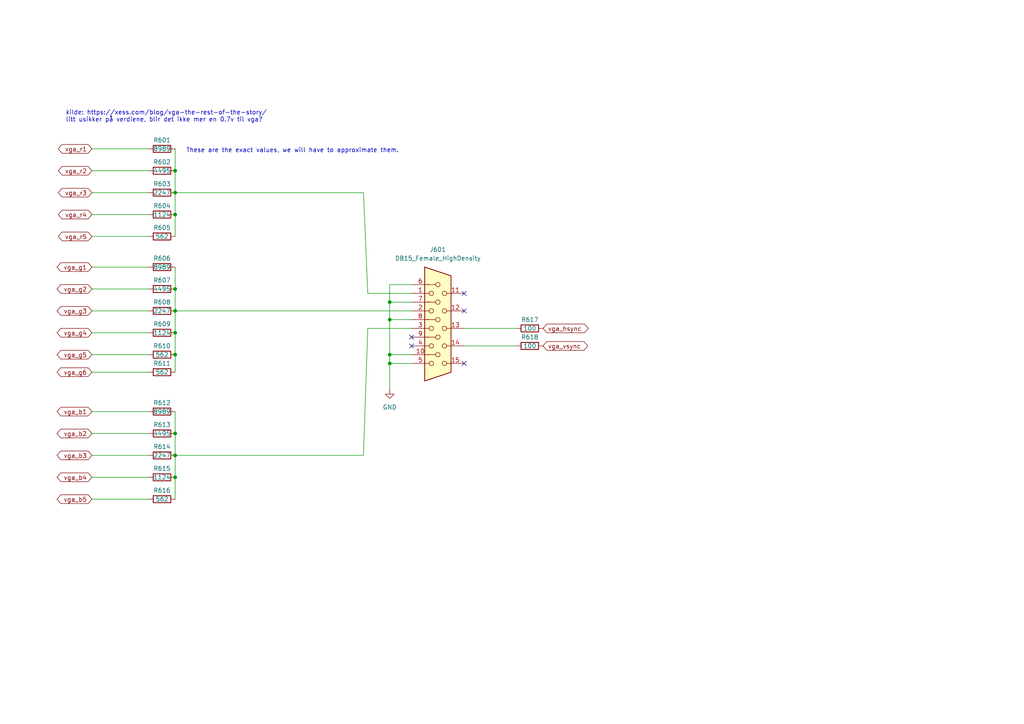
<source format=kicad_sch>
(kicad_sch (version 20211123) (generator eeschema)
  (paper "A4")
  (lib_symbols
    (symbol "Connector:DB15_Female_HighDensity" (pin_names (offset 1.016) hide)
      (property "Reference" "J" (at 0 21.59 0))
      (property "Value" "DB15_Female_HighDensity" (at 0 19.05 0))
      (symbol "DB15_Female_HighDensity_0_1"
        (circle (center -1.905 -10.16) (radius 0.635))
        (circle (center -1.905 -5.08) (radius 0.635))
        (circle (center -1.905 0) (radius 0.635))
        (circle (center -1.905 5.08) (radius 0.635))
        (circle (center -1.905 10.16) (radius 0.635))
        (circle (center 0 -7.62) (radius 0.635))
        (circle (center 0 -2.54) (radius 0.635))
        (polyline (pts (xy -3.175 7.62) (xy -0.635 7.62)))
        (polyline (pts (xy -0.635 -7.62) (xy -3.175 -7.62)))
        (polyline (pts (xy -0.635 -2.54) (xy -3.175 -2.54)))
        (polyline (pts (xy -0.635 2.54) (xy -3.175 2.54)))
        (polyline (pts (xy -0.635 12.7) (xy -3.175 12.7)))
        (polyline (pts (xy -3.81 17.78) (xy -3.81 -15.24) (xy 3.81 -12.7) (xy 3.81 15.24) (xy -3.81 17.78)) (stroke (width 0.254)) (fill (type background)))
        (circle (center 0 2.54) (radius 0.635))
        (circle (center 0 7.62) (radius 0.635))
        (circle (center 0 12.7) (radius 0.635))
        (circle (center 1.905 -10.16) (radius 0.635))
        (circle (center 1.905 -5.08) (radius 0.635))
        (circle (center 1.905 0) (radius 0.635))
        (circle (center 1.905 5.08) (radius 0.635))
        (circle (center 1.905 10.16) (radius 0.635))
      )
      (symbol "DB15_Female_HighDensity_1_1"
        (pin passive line (at -7.62 10.16 0) (length 5.08) (name "~") (number "1"))
        (pin passive line (at -7.62 -7.62 0) (length 5.08) (name "~") (number "10"))
        (pin passive line (at 7.62 10.16 180) (length 5.08) (name "~") (number "11"))
        (pin passive line (at 7.62 5.08 180) (length 5.08) (name "~") (number "12"))
        (pin passive line (at 7.62 0 180) (length 5.08) (name "~") (number "13"))
        (pin passive line (at 7.62 -5.08 180) (length 5.08) (name "~") (number "14"))
        (pin passive line (at 7.62 -10.16 180) (length 5.08) (name "~") (number "15"))
        (pin passive line (at -7.62 5.08 0) (length 5.08) (name "~") (number "2"))
        (pin passive line (at -7.62 0 0) (length 5.08) (name "~") (number "3"))
        (pin passive line (at -7.62 -5.08 0) (length 5.08) (name "~") (number "4"))
        (pin passive line (at -7.62 -10.16 0) (length 5.08) (name "~") (number "5"))
        (pin passive line (at -7.62 12.7 0) (length 5.08) (name "~") (number "6"))
        (pin passive line (at -7.62 7.62 0) (length 5.08) (name "~") (number "7"))
        (pin passive line (at -7.62 2.54 0) (length 5.08) (name "~") (number "8"))
        (pin passive line (at -7.62 -2.54 0) (length 5.08) (name "~") (number "9"))
      )
    )
    (symbol "Device:R" (pin_numbers hide) (pin_names (offset 0))
      (property "Reference" "R" (at 2.032 0 90))
      (property "Value" "R" (at 0 0 90))
      (symbol "R_0_1"
        (rectangle (start -1.016 -2.54) (end 1.016 2.54) (stroke (width 0.254)))
      )
      (symbol "R_1_1"
        (pin passive line (at 0 3.81 270) (length 1.27) (name "~") (number "1"))
        (pin passive line (at 0 -3.81 90) (length 1.27) (name "~") (number "2"))
      )
    )
    (symbol "power:GND" (power) (pin_names (offset 0))
      (property "Value" "GND" (at 0 -3.81 0))
      (symbol "GND_0_1"
        (polyline (pts (xy 0 0) (xy 0 -1.27) (xy 1.27 -1.27) (xy 0 -2.54) (xy -1.27 -1.27) (xy 0 -1.27)))
      )
      (symbol "GND_1_1"
        (pin power_in line (at 0 0 270) (length 0) hide (name "GND") (number "1"))
      )
    )
  )
  (junction (at 113.03 87.63))
  (junction (at 50.8 138.43))
  (junction (at 50.8 49.53))
  (junction (at 50.8 102.87))
  (junction (at 113.03 92.71))
  (junction (at 50.8 62.23))
  (junction (at 113.03 105.41))
  (junction (at 50.8 55.88))
  (junction (at 50.8 132.08))
  (junction (at 50.8 125.73))
  (junction (at 113.03 102.87))
  (junction (at 50.8 96.52))
  (junction (at 50.8 90.17))
  (junction (at 50.8 83.82))
  (no_connect (at 134.62 85.09))
  (no_connect (at 134.62 105.41))
  (no_connect (at 119.38 100.33))
  (no_connect (at 119.38 97.79))
  (no_connect (at 134.62 90.17))
  (wire (pts (xy 26.67 132.08) (xy 43.18 132.08)))
  (wire (pts (xy 26.67 55.88) (xy 43.18 55.88)))
  (wire (pts (xy 26.67 102.87) (xy 43.18 102.87)))
  (wire (pts (xy 134.62 100.33) (xy 149.86 100.33)))
  (wire (pts (xy 50.8 102.87) (xy 50.8 107.95)))
  (wire (pts (xy 50.8 96.52) (xy 50.8 102.87)))
  (wire (pts (xy 113.03 92.71) (xy 113.03 102.87)))
  (wire (pts (xy 113.03 87.63) (xy 119.38 87.63)))
  (wire (pts (xy 26.67 138.43) (xy 43.18 138.43)))
  (wire (pts (xy 113.03 87.63) (xy 113.03 92.71)))
  (wire (pts (xy 113.03 105.41) (xy 113.03 113.03)))
  (wire (pts (xy 50.8 77.47) (xy 50.8 83.82)))
  (wire (pts (xy 26.67 125.73) (xy 43.18 125.73)))
  (wire (pts (xy 50.8 125.73) (xy 50.8 132.08)))
  (wire (pts (xy 50.8 55.88) (xy 105.41 55.88)))
  (wire (pts (xy 113.03 102.87) (xy 119.38 102.87)))
  (wire (pts (xy 50.8 132.08) (xy 50.8 138.43)))
  (wire (pts (xy 50.8 49.53) (xy 50.8 55.88)))
  (wire (pts (xy 50.8 43.18) (xy 50.8 49.53)))
  (wire (pts (xy 26.67 119.38) (xy 43.18 119.38)))
  (wire (pts (xy 105.41 55.88) (xy 106.68 85.09)))
  (wire (pts (xy 50.8 90.17) (xy 119.38 90.17)))
  (wire (pts (xy 50.8 62.23) (xy 50.8 68.58)))
  (wire (pts (xy 134.62 95.25) (xy 149.86 95.25)))
  (wire (pts (xy 106.68 85.09) (xy 119.38 85.09)))
  (wire (pts (xy 105.41 132.08) (xy 106.68 95.25)))
  (wire (pts (xy 26.67 107.95) (xy 43.18 107.95)))
  (wire (pts (xy 113.03 102.87) (xy 113.03 105.41)))
  (wire (pts (xy 113.03 92.71) (xy 119.38 92.71)))
  (wire (pts (xy 50.8 90.17) (xy 50.8 96.52)))
  (wire (pts (xy 26.67 43.18) (xy 43.18 43.18)))
  (wire (pts (xy 113.03 105.41) (xy 119.38 105.41)))
  (wire (pts (xy 26.67 62.23) (xy 43.18 62.23)))
  (wire (pts (xy 26.67 68.58) (xy 43.18 68.58)))
  (wire (pts (xy 50.8 138.43) (xy 50.8 144.78)))
  (wire (pts (xy 50.8 83.82) (xy 50.8 90.17)))
  (wire (pts (xy 113.03 82.55) (xy 113.03 87.63)))
  (wire (pts (xy 26.67 77.47) (xy 43.18 77.47)))
  (wire (pts (xy 26.67 96.52) (xy 43.18 96.52)))
  (wire (pts (xy 26.67 49.53) (xy 43.18 49.53)))
  (wire (pts (xy 50.8 132.08) (xy 105.41 132.08)))
  (wire (pts (xy 50.8 119.38) (xy 50.8 125.73)))
  (wire (pts (xy 26.67 83.82) (xy 43.18 83.82)))
  (wire (pts (xy 26.67 90.17) (xy 43.18 90.17)))
  (wire (pts (xy 26.67 144.78) (xy 43.18 144.78)))
  (wire (pts (xy 119.38 82.55) (xy 113.03 82.55)))
  (wire (pts (xy 50.8 55.88) (xy 50.8 62.23)))
  (wire (pts (xy 106.68 95.25) (xy 119.38 95.25)))
  (text "These are the exact values, we will have to approximate them." (at 53.975 44.45 0) (effects (font (size 1.27 1.27)) (justify left bottom)))
  (text "kilde: https://xess.com/blog/vga-the-rest-of-the-story/\nlitt usikker på verdiene, blir det ikke mer en 0.7v til vga?" (at 19.05 35.56 0) (effects (font (size 1.27 1.27)) (justify left bottom)))
  (global_label "vga_g3" (shape bidirectional) (at 26.67 90.17 180) (property "Intersheet References" "${INTERSHEET_REFS}" (effects hide)))
  (global_label "vga_r5" (shape bidirectional) (at 26.67 68.58 180) (property "Intersheet References" "${INTERSHEET_REFS}" (effects hide)))
  (global_label "vga_r1" (shape bidirectional) (at 26.67 43.18 180) (property "Intersheet References" "${INTERSHEET_REFS}" (effects hide)))
  (global_label "vga_r2" (shape bidirectional) (at 26.67 49.53 180) (property "Intersheet References" "${INTERSHEET_REFS}" (effects hide)))
  (global_label "vga_vsync" (shape bidirectional) (at 157.48 100.33 0) (property "Intersheet References" "${INTERSHEET_REFS}" (effects hide)))
  (global_label "vga_g1" (shape bidirectional) (at 26.67 77.47 180) (property "Intersheet References" "${INTERSHEET_REFS}" (effects hide)))
  (global_label "vga_b5" (shape bidirectional) (at 26.67 144.78 180) (property "Intersheet References" "${INTERSHEET_REFS}" (effects hide)))
  (global_label "vga_b1" (shape bidirectional) (at 26.67 119.38 180) (property "Intersheet References" "${INTERSHEET_REFS}" (effects hide)))
  (global_label "vga_g6" (shape bidirectional) (at 26.67 107.95 180) (property "Intersheet References" "${INTERSHEET_REFS}" (effects hide)))
  (global_label "vga_b4" (shape bidirectional) (at 26.67 138.43 180) (property "Intersheet References" "${INTERSHEET_REFS}" (effects hide)))
  (global_label "vga_b3" (shape bidirectional) (at 26.67 132.08 180) (property "Intersheet References" "${INTERSHEET_REFS}" (effects hide)))
  (global_label "vga_g4" (shape bidirectional) (at 26.67 96.52 180) (property "Intersheet References" "${INTERSHEET_REFS}" (effects hide)))
  (global_label "vga_b2" (shape bidirectional) (at 26.67 125.73 180) (property "Intersheet References" "${INTERSHEET_REFS}" (effects hide)))
  (global_label "vga_g2" (shape bidirectional) (at 26.67 83.82 180) (property "Intersheet References" "${INTERSHEET_REFS}" (effects hide)))
  (global_label "vga_hsync" (shape bidirectional) (at 157.48 95.25 0) (property "Intersheet References" "${INTERSHEET_REFS}" (effects hide)))
  (global_label "vga_r3" (shape bidirectional) (at 26.67 55.88 180) (property "Intersheet References" "${INTERSHEET_REFS}" (effects hide)))
  (global_label "vga_g5" (shape bidirectional) (at 26.67 102.87 180) (property "Intersheet References" "${INTERSHEET_REFS}" (effects hide)))
  (global_label "vga_r4" (shape bidirectional) (at 26.67 62.23 180) (property "Intersheet References" "${INTERSHEET_REFS}" (effects hide)))
  (symbol (lib_id "Connector:DB15_Female_HighDensity") (at 127 95.25 0) (unit 1)
    (property "Reference" "J601" (at 127 72.39 0))
    (property "Value" "DB15_Female_HighDensity" (at 127 74.93 0))
    (property "Footprint" "vga:618015330923" (effects hide))
    (property "Datasheet" " ~" (effects hide))
  )
  (symbol (lib_id "Device:R") (at 153.67 100.33 90) (unit 1)
    (property "Reference" "R618" (at 153.67 97.79 90))
    (property "Value" "100" (at 153.67 100.33 90))
    (property "Footprint" "Resistor_SMD:R_0805_2012Metric_Pad1.20x1.40mm_HandSolder" (effects hide))
  )
  (symbol (lib_id "Device:R") (at 46.99 102.87 90) (unit 1)
    (property "Reference" "R610" (at 46.99 100.33 90))
    (property "Value" "562" (at 46.99 102.87 90))
    (property "Footprint" "Resistor_SMD:R_0805_2012Metric_Pad1.20x1.40mm_HandSolder" (effects hide))
  )
  (symbol (lib_id "Device:R") (at 46.99 96.52 90) (unit 1)
    (property "Reference" "R609" (at 46.99 93.98 90))
    (property "Value" "1124" (at 46.99 96.52 90))
    (property "Footprint" "Resistor_SMD:R_0805_2012Metric_Pad1.20x1.40mm_HandSolder" (effects hide))
  )
  (symbol (lib_id "Device:R") (at 46.99 62.23 90) (unit 1)
    (property "Reference" "R604" (at 46.99 59.69 90))
    (property "Value" "1124" (at 46.99 62.23 90))
    (property "Footprint" "Resistor_SMD:R_0805_2012Metric_Pad1.20x1.40mm_HandSolder" (effects hide))
  )
  (symbol (lib_id "power:GND") (at 113.03 113.03 0) (unit 1)
    (property "Reference" "#PWR0601" (effects hide))
    (property "Value" "GND" (at 113.03 118.11 0))
  )
  (symbol (lib_id "Device:R") (at 153.67 95.25 90) (unit 1)
    (property "Reference" "R617" (at 153.67 92.71 90))
    (property "Value" "100" (at 153.67 95.25 90))
    (property "Footprint" "Resistor_SMD:R_0805_2012Metric_Pad1.20x1.40mm_HandSolder" (effects hide))
  )
  (symbol (lib_id "Device:R") (at 46.99 77.47 90) (unit 1)
    (property "Reference" "R606" (at 46.99 74.93 90))
    (property "Value" "8989" (at 46.99 77.47 90))
    (property "Footprint" "Resistor_SMD:R_0805_2012Metric_Pad1.20x1.40mm_HandSolder" (effects hide))
  )
  (symbol (lib_id "Device:R") (at 46.99 138.43 90) (unit 1)
    (property "Reference" "R615" (at 46.99 135.89 90))
    (property "Value" "1124" (at 46.99 138.43 90))
    (property "Footprint" "Resistor_SMD:R_0805_2012Metric_Pad1.20x1.40mm_HandSolder" (effects hide))
  )
  (symbol (lib_id "Device:R") (at 46.99 119.38 90) (unit 1)
    (property "Reference" "R612" (at 46.99 116.84 90))
    (property "Value" "8989" (at 46.99 119.38 90))
    (property "Footprint" "Resistor_SMD:R_0805_2012Metric_Pad1.20x1.40mm_HandSolder" (effects hide))
  )
  (symbol (lib_id "Device:R") (at 46.99 49.53 90) (unit 1)
    (property "Reference" "R602" (at 46.99 46.99 90))
    (property "Value" "4495" (at 46.99 49.53 90))
    (property "Footprint" "Resistor_SMD:R_0805_2012Metric_Pad1.20x1.40mm_HandSolder" (effects hide))
  )
  (symbol (lib_id "Device:R") (at 46.99 83.82 90) (unit 1)
    (property "Reference" "R607" (at 46.99 81.28 90))
    (property "Value" "4495" (at 46.99 83.82 90))
    (property "Footprint" "Resistor_SMD:R_0805_2012Metric_Pad1.20x1.40mm_HandSolder" (effects hide))
  )
  (symbol (lib_id "Device:R") (at 46.99 90.17 90) (unit 1)
    (property "Reference" "R608" (at 46.99 87.63 90))
    (property "Value" "2247" (at 46.99 90.17 90))
    (property "Footprint" "Resistor_SMD:R_0805_2012Metric_Pad1.20x1.40mm_HandSolder" (effects hide))
  )
  (symbol (lib_id "Device:R") (at 46.99 107.95 90) (unit 1)
    (property "Reference" "R611" (at 46.99 105.41 90))
    (property "Value" "562" (at 46.99 107.95 90))
    (property "Footprint" "Resistor_SMD:R_0805_2012Metric_Pad1.20x1.40mm_HandSolder" (effects hide))
  )
  (symbol (lib_id "Device:R") (at 46.99 132.08 90) (unit 1)
    (property "Reference" "R614" (at 46.99 129.54 90))
    (property "Value" "2247" (at 46.99 132.08 90))
    (property "Footprint" "Resistor_SMD:R_0805_2012Metric_Pad1.20x1.40mm_HandSolder" (effects hide))
  )
  (symbol (lib_id "Device:R") (at 46.99 43.18 90) (unit 1)
    (property "Reference" "R601" (at 46.99 40.64 90))
    (property "Value" "8989" (at 46.99 43.18 90))
    (property "Footprint" "Resistor_SMD:R_0805_2012Metric_Pad1.20x1.40mm_HandSolder" (effects hide))
  )
  (symbol (lib_id "Device:R") (at 46.99 144.78 90) (unit 1)
    (property "Reference" "R616" (at 46.99 142.24 90))
    (property "Value" "562" (at 46.99 144.78 90))
    (property "Footprint" "Resistor_SMD:R_0805_2012Metric_Pad1.20x1.40mm_HandSolder" (effects hide))
  )
  (symbol (lib_id "Device:R") (at 46.99 68.58 90) (unit 1)
    (property "Reference" "R605" (at 46.99 66.04 90))
    (property "Value" "562" (at 46.99 68.58 90))
    (property "Footprint" "Resistor_SMD:R_0805_2012Metric_Pad1.20x1.40mm_HandSolder" (effects hide))
  )
  (symbol (lib_id "Device:R") (at 46.99 125.73 90) (unit 1)
    (property "Reference" "R613" (at 46.99 123.19 90))
    (property "Value" "4495" (at 46.99 125.73 90))
    (property "Footprint" "Resistor_SMD:R_0805_2012Metric_Pad1.20x1.40mm_HandSolder" (effects hide))
  )
  (symbol (lib_id "Device:R") (at 46.99 55.88 90) (unit 1)
    (property "Reference" "R603" (at 46.99 53.34 90))
    (property "Value" "2247" (at 46.99 55.88 90))
    (property "Footprint" "Resistor_SMD:R_0805_2012Metric_Pad1.20x1.40mm_HandSolder" (effects hide))
  )
)
</source>
